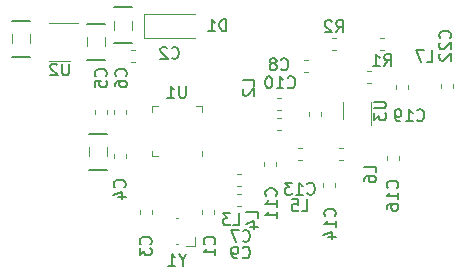
<source format=gbr>
%TF.GenerationSoftware,KiCad,Pcbnew,7.0.5.1-1-g8f565ef7f0-dirty-deb11*%
%TF.CreationDate,2023-07-20T08:59:28+00:00*%
%TF.ProjectId,ISM02,49534d30-322e-46b6-9963-61645f706362,rev?*%
%TF.SameCoordinates,Original*%
%TF.FileFunction,Legend,Bot*%
%TF.FilePolarity,Positive*%
%FSLAX46Y46*%
G04 Gerber Fmt 4.6, Leading zero omitted, Abs format (unit mm)*
G04 Created by KiCad (PCBNEW 7.0.5.1-1-g8f565ef7f0-dirty-deb11) date 2023-07-20 08:59:28*
%MOMM*%
%LPD*%
G01*
G04 APERTURE LIST*
%ADD10C,0.150000*%
%ADD11C,0.120000*%
G04 APERTURE END LIST*
D10*
%TO.C,C19*%
X170187857Y-116691580D02*
X170235476Y-116739200D01*
X170235476Y-116739200D02*
X170378333Y-116786819D01*
X170378333Y-116786819D02*
X170473571Y-116786819D01*
X170473571Y-116786819D02*
X170616428Y-116739200D01*
X170616428Y-116739200D02*
X170711666Y-116643961D01*
X170711666Y-116643961D02*
X170759285Y-116548723D01*
X170759285Y-116548723D02*
X170806904Y-116358247D01*
X170806904Y-116358247D02*
X170806904Y-116215390D01*
X170806904Y-116215390D02*
X170759285Y-116024914D01*
X170759285Y-116024914D02*
X170711666Y-115929676D01*
X170711666Y-115929676D02*
X170616428Y-115834438D01*
X170616428Y-115834438D02*
X170473571Y-115786819D01*
X170473571Y-115786819D02*
X170378333Y-115786819D01*
X170378333Y-115786819D02*
X170235476Y-115834438D01*
X170235476Y-115834438D02*
X170187857Y-115882057D01*
X169235476Y-116786819D02*
X169806904Y-116786819D01*
X169521190Y-116786819D02*
X169521190Y-115786819D01*
X169521190Y-115786819D02*
X169616428Y-115929676D01*
X169616428Y-115929676D02*
X169711666Y-116024914D01*
X169711666Y-116024914D02*
X169806904Y-116072533D01*
X168759285Y-116786819D02*
X168568809Y-116786819D01*
X168568809Y-116786819D02*
X168473571Y-116739200D01*
X168473571Y-116739200D02*
X168425952Y-116691580D01*
X168425952Y-116691580D02*
X168330714Y-116548723D01*
X168330714Y-116548723D02*
X168283095Y-116358247D01*
X168283095Y-116358247D02*
X168283095Y-115977295D01*
X168283095Y-115977295D02*
X168330714Y-115882057D01*
X168330714Y-115882057D02*
X168378333Y-115834438D01*
X168378333Y-115834438D02*
X168473571Y-115786819D01*
X168473571Y-115786819D02*
X168664047Y-115786819D01*
X168664047Y-115786819D02*
X168759285Y-115834438D01*
X168759285Y-115834438D02*
X168806904Y-115882057D01*
X168806904Y-115882057D02*
X168854523Y-115977295D01*
X168854523Y-115977295D02*
X168854523Y-116215390D01*
X168854523Y-116215390D02*
X168806904Y-116310628D01*
X168806904Y-116310628D02*
X168759285Y-116358247D01*
X168759285Y-116358247D02*
X168664047Y-116405866D01*
X168664047Y-116405866D02*
X168473571Y-116405866D01*
X168473571Y-116405866D02*
X168378333Y-116358247D01*
X168378333Y-116358247D02*
X168330714Y-116310628D01*
X168330714Y-116310628D02*
X168283095Y-116215390D01*
%TO.C,C22*%
X172979580Y-109749142D02*
X173027200Y-109701523D01*
X173027200Y-109701523D02*
X173074819Y-109558666D01*
X173074819Y-109558666D02*
X173074819Y-109463428D01*
X173074819Y-109463428D02*
X173027200Y-109320571D01*
X173027200Y-109320571D02*
X172931961Y-109225333D01*
X172931961Y-109225333D02*
X172836723Y-109177714D01*
X172836723Y-109177714D02*
X172646247Y-109130095D01*
X172646247Y-109130095D02*
X172503390Y-109130095D01*
X172503390Y-109130095D02*
X172312914Y-109177714D01*
X172312914Y-109177714D02*
X172217676Y-109225333D01*
X172217676Y-109225333D02*
X172122438Y-109320571D01*
X172122438Y-109320571D02*
X172074819Y-109463428D01*
X172074819Y-109463428D02*
X172074819Y-109558666D01*
X172074819Y-109558666D02*
X172122438Y-109701523D01*
X172122438Y-109701523D02*
X172170057Y-109749142D01*
X172170057Y-110130095D02*
X172122438Y-110177714D01*
X172122438Y-110177714D02*
X172074819Y-110272952D01*
X172074819Y-110272952D02*
X172074819Y-110511047D01*
X172074819Y-110511047D02*
X172122438Y-110606285D01*
X172122438Y-110606285D02*
X172170057Y-110653904D01*
X172170057Y-110653904D02*
X172265295Y-110701523D01*
X172265295Y-110701523D02*
X172360533Y-110701523D01*
X172360533Y-110701523D02*
X172503390Y-110653904D01*
X172503390Y-110653904D02*
X173074819Y-110082476D01*
X173074819Y-110082476D02*
X173074819Y-110701523D01*
X172170057Y-111082476D02*
X172122438Y-111130095D01*
X172122438Y-111130095D02*
X172074819Y-111225333D01*
X172074819Y-111225333D02*
X172074819Y-111463428D01*
X172074819Y-111463428D02*
X172122438Y-111558666D01*
X172122438Y-111558666D02*
X172170057Y-111606285D01*
X172170057Y-111606285D02*
X172265295Y-111653904D01*
X172265295Y-111653904D02*
X172360533Y-111653904D01*
X172360533Y-111653904D02*
X172503390Y-111606285D01*
X172503390Y-111606285D02*
X173074819Y-111034857D01*
X173074819Y-111034857D02*
X173074819Y-111653904D01*
%TO.C,C4*%
X145417580Y-122379333D02*
X145465200Y-122331714D01*
X145465200Y-122331714D02*
X145512819Y-122188857D01*
X145512819Y-122188857D02*
X145512819Y-122093619D01*
X145512819Y-122093619D02*
X145465200Y-121950762D01*
X145465200Y-121950762D02*
X145369961Y-121855524D01*
X145369961Y-121855524D02*
X145274723Y-121807905D01*
X145274723Y-121807905D02*
X145084247Y-121760286D01*
X145084247Y-121760286D02*
X144941390Y-121760286D01*
X144941390Y-121760286D02*
X144750914Y-121807905D01*
X144750914Y-121807905D02*
X144655676Y-121855524D01*
X144655676Y-121855524D02*
X144560438Y-121950762D01*
X144560438Y-121950762D02*
X144512819Y-122093619D01*
X144512819Y-122093619D02*
X144512819Y-122188857D01*
X144512819Y-122188857D02*
X144560438Y-122331714D01*
X144560438Y-122331714D02*
X144608057Y-122379333D01*
X144846152Y-123236476D02*
X145512819Y-123236476D01*
X144465200Y-122998381D02*
X145179485Y-122760286D01*
X145179485Y-122760286D02*
X145179485Y-123379333D01*
%TO.C,C5*%
X143817580Y-112979333D02*
X143865200Y-112931714D01*
X143865200Y-112931714D02*
X143912819Y-112788857D01*
X143912819Y-112788857D02*
X143912819Y-112693619D01*
X143912819Y-112693619D02*
X143865200Y-112550762D01*
X143865200Y-112550762D02*
X143769961Y-112455524D01*
X143769961Y-112455524D02*
X143674723Y-112407905D01*
X143674723Y-112407905D02*
X143484247Y-112360286D01*
X143484247Y-112360286D02*
X143341390Y-112360286D01*
X143341390Y-112360286D02*
X143150914Y-112407905D01*
X143150914Y-112407905D02*
X143055676Y-112455524D01*
X143055676Y-112455524D02*
X142960438Y-112550762D01*
X142960438Y-112550762D02*
X142912819Y-112693619D01*
X142912819Y-112693619D02*
X142912819Y-112788857D01*
X142912819Y-112788857D02*
X142960438Y-112931714D01*
X142960438Y-112931714D02*
X143008057Y-112979333D01*
X142912819Y-113884095D02*
X142912819Y-113407905D01*
X142912819Y-113407905D02*
X143389009Y-113360286D01*
X143389009Y-113360286D02*
X143341390Y-113407905D01*
X143341390Y-113407905D02*
X143293771Y-113503143D01*
X143293771Y-113503143D02*
X143293771Y-113741238D01*
X143293771Y-113741238D02*
X143341390Y-113836476D01*
X143341390Y-113836476D02*
X143389009Y-113884095D01*
X143389009Y-113884095D02*
X143484247Y-113931714D01*
X143484247Y-113931714D02*
X143722342Y-113931714D01*
X143722342Y-113931714D02*
X143817580Y-113884095D01*
X143817580Y-113884095D02*
X143865200Y-113836476D01*
X143865200Y-113836476D02*
X143912819Y-113741238D01*
X143912819Y-113741238D02*
X143912819Y-113503143D01*
X143912819Y-113503143D02*
X143865200Y-113407905D01*
X143865200Y-113407905D02*
X143817580Y-113360286D01*
%TO.C,C1*%
X153017580Y-127193333D02*
X153065200Y-127145714D01*
X153065200Y-127145714D02*
X153112819Y-127002857D01*
X153112819Y-127002857D02*
X153112819Y-126907619D01*
X153112819Y-126907619D02*
X153065200Y-126764762D01*
X153065200Y-126764762D02*
X152969961Y-126669524D01*
X152969961Y-126669524D02*
X152874723Y-126621905D01*
X152874723Y-126621905D02*
X152684247Y-126574286D01*
X152684247Y-126574286D02*
X152541390Y-126574286D01*
X152541390Y-126574286D02*
X152350914Y-126621905D01*
X152350914Y-126621905D02*
X152255676Y-126669524D01*
X152255676Y-126669524D02*
X152160438Y-126764762D01*
X152160438Y-126764762D02*
X152112819Y-126907619D01*
X152112819Y-126907619D02*
X152112819Y-127002857D01*
X152112819Y-127002857D02*
X152160438Y-127145714D01*
X152160438Y-127145714D02*
X152208057Y-127193333D01*
X153112819Y-128145714D02*
X153112819Y-127574286D01*
X153112819Y-127860000D02*
X152112819Y-127860000D01*
X152112819Y-127860000D02*
X152255676Y-127764762D01*
X152255676Y-127764762D02*
X152350914Y-127669524D01*
X152350914Y-127669524D02*
X152398533Y-127574286D01*
%TO.C,C3*%
X147617580Y-127193333D02*
X147665200Y-127145714D01*
X147665200Y-127145714D02*
X147712819Y-127002857D01*
X147712819Y-127002857D02*
X147712819Y-126907619D01*
X147712819Y-126907619D02*
X147665200Y-126764762D01*
X147665200Y-126764762D02*
X147569961Y-126669524D01*
X147569961Y-126669524D02*
X147474723Y-126621905D01*
X147474723Y-126621905D02*
X147284247Y-126574286D01*
X147284247Y-126574286D02*
X147141390Y-126574286D01*
X147141390Y-126574286D02*
X146950914Y-126621905D01*
X146950914Y-126621905D02*
X146855676Y-126669524D01*
X146855676Y-126669524D02*
X146760438Y-126764762D01*
X146760438Y-126764762D02*
X146712819Y-126907619D01*
X146712819Y-126907619D02*
X146712819Y-127002857D01*
X146712819Y-127002857D02*
X146760438Y-127145714D01*
X146760438Y-127145714D02*
X146808057Y-127193333D01*
X146712819Y-127526667D02*
X146712819Y-128145714D01*
X146712819Y-128145714D02*
X147093771Y-127812381D01*
X147093771Y-127812381D02*
X147093771Y-127955238D01*
X147093771Y-127955238D02*
X147141390Y-128050476D01*
X147141390Y-128050476D02*
X147189009Y-128098095D01*
X147189009Y-128098095D02*
X147284247Y-128145714D01*
X147284247Y-128145714D02*
X147522342Y-128145714D01*
X147522342Y-128145714D02*
X147617580Y-128098095D01*
X147617580Y-128098095D02*
X147665200Y-128050476D01*
X147665200Y-128050476D02*
X147712819Y-127955238D01*
X147712819Y-127955238D02*
X147712819Y-127669524D01*
X147712819Y-127669524D02*
X147665200Y-127574286D01*
X147665200Y-127574286D02*
X147617580Y-127526667D01*
%TO.C,C10*%
X159252857Y-113905580D02*
X159300476Y-113953200D01*
X159300476Y-113953200D02*
X159443333Y-114000819D01*
X159443333Y-114000819D02*
X159538571Y-114000819D01*
X159538571Y-114000819D02*
X159681428Y-113953200D01*
X159681428Y-113953200D02*
X159776666Y-113857961D01*
X159776666Y-113857961D02*
X159824285Y-113762723D01*
X159824285Y-113762723D02*
X159871904Y-113572247D01*
X159871904Y-113572247D02*
X159871904Y-113429390D01*
X159871904Y-113429390D02*
X159824285Y-113238914D01*
X159824285Y-113238914D02*
X159776666Y-113143676D01*
X159776666Y-113143676D02*
X159681428Y-113048438D01*
X159681428Y-113048438D02*
X159538571Y-113000819D01*
X159538571Y-113000819D02*
X159443333Y-113000819D01*
X159443333Y-113000819D02*
X159300476Y-113048438D01*
X159300476Y-113048438D02*
X159252857Y-113096057D01*
X158300476Y-114000819D02*
X158871904Y-114000819D01*
X158586190Y-114000819D02*
X158586190Y-113000819D01*
X158586190Y-113000819D02*
X158681428Y-113143676D01*
X158681428Y-113143676D02*
X158776666Y-113238914D01*
X158776666Y-113238914D02*
X158871904Y-113286533D01*
X157681428Y-113000819D02*
X157586190Y-113000819D01*
X157586190Y-113000819D02*
X157490952Y-113048438D01*
X157490952Y-113048438D02*
X157443333Y-113096057D01*
X157443333Y-113096057D02*
X157395714Y-113191295D01*
X157395714Y-113191295D02*
X157348095Y-113381771D01*
X157348095Y-113381771D02*
X157348095Y-113619866D01*
X157348095Y-113619866D02*
X157395714Y-113810342D01*
X157395714Y-113810342D02*
X157443333Y-113905580D01*
X157443333Y-113905580D02*
X157490952Y-113953200D01*
X157490952Y-113953200D02*
X157586190Y-114000819D01*
X157586190Y-114000819D02*
X157681428Y-114000819D01*
X157681428Y-114000819D02*
X157776666Y-113953200D01*
X157776666Y-113953200D02*
X157824285Y-113905580D01*
X157824285Y-113905580D02*
X157871904Y-113810342D01*
X157871904Y-113810342D02*
X157919523Y-113619866D01*
X157919523Y-113619866D02*
X157919523Y-113381771D01*
X157919523Y-113381771D02*
X157871904Y-113191295D01*
X157871904Y-113191295D02*
X157824285Y-113096057D01*
X157824285Y-113096057D02*
X157776666Y-113048438D01*
X157776666Y-113048438D02*
X157681428Y-113000819D01*
%TO.C,C6*%
X145517580Y-112979333D02*
X145565200Y-112931714D01*
X145565200Y-112931714D02*
X145612819Y-112788857D01*
X145612819Y-112788857D02*
X145612819Y-112693619D01*
X145612819Y-112693619D02*
X145565200Y-112550762D01*
X145565200Y-112550762D02*
X145469961Y-112455524D01*
X145469961Y-112455524D02*
X145374723Y-112407905D01*
X145374723Y-112407905D02*
X145184247Y-112360286D01*
X145184247Y-112360286D02*
X145041390Y-112360286D01*
X145041390Y-112360286D02*
X144850914Y-112407905D01*
X144850914Y-112407905D02*
X144755676Y-112455524D01*
X144755676Y-112455524D02*
X144660438Y-112550762D01*
X144660438Y-112550762D02*
X144612819Y-112693619D01*
X144612819Y-112693619D02*
X144612819Y-112788857D01*
X144612819Y-112788857D02*
X144660438Y-112931714D01*
X144660438Y-112931714D02*
X144708057Y-112979333D01*
X144612819Y-113836476D02*
X144612819Y-113646000D01*
X144612819Y-113646000D02*
X144660438Y-113550762D01*
X144660438Y-113550762D02*
X144708057Y-113503143D01*
X144708057Y-113503143D02*
X144850914Y-113407905D01*
X144850914Y-113407905D02*
X145041390Y-113360286D01*
X145041390Y-113360286D02*
X145422342Y-113360286D01*
X145422342Y-113360286D02*
X145517580Y-113407905D01*
X145517580Y-113407905D02*
X145565200Y-113455524D01*
X145565200Y-113455524D02*
X145612819Y-113550762D01*
X145612819Y-113550762D02*
X145612819Y-113741238D01*
X145612819Y-113741238D02*
X145565200Y-113836476D01*
X145565200Y-113836476D02*
X145517580Y-113884095D01*
X145517580Y-113884095D02*
X145422342Y-113931714D01*
X145422342Y-113931714D02*
X145184247Y-113931714D01*
X145184247Y-113931714D02*
X145089009Y-113884095D01*
X145089009Y-113884095D02*
X145041390Y-113836476D01*
X145041390Y-113836476D02*
X144993771Y-113741238D01*
X144993771Y-113741238D02*
X144993771Y-113550762D01*
X144993771Y-113550762D02*
X145041390Y-113455524D01*
X145041390Y-113455524D02*
X145089009Y-113407905D01*
X145089009Y-113407905D02*
X145184247Y-113360286D01*
%TO.C,C8*%
X158676666Y-112375580D02*
X158724285Y-112423200D01*
X158724285Y-112423200D02*
X158867142Y-112470819D01*
X158867142Y-112470819D02*
X158962380Y-112470819D01*
X158962380Y-112470819D02*
X159105237Y-112423200D01*
X159105237Y-112423200D02*
X159200475Y-112327961D01*
X159200475Y-112327961D02*
X159248094Y-112232723D01*
X159248094Y-112232723D02*
X159295713Y-112042247D01*
X159295713Y-112042247D02*
X159295713Y-111899390D01*
X159295713Y-111899390D02*
X159248094Y-111708914D01*
X159248094Y-111708914D02*
X159200475Y-111613676D01*
X159200475Y-111613676D02*
X159105237Y-111518438D01*
X159105237Y-111518438D02*
X158962380Y-111470819D01*
X158962380Y-111470819D02*
X158867142Y-111470819D01*
X158867142Y-111470819D02*
X158724285Y-111518438D01*
X158724285Y-111518438D02*
X158676666Y-111566057D01*
X158105237Y-111899390D02*
X158200475Y-111851771D01*
X158200475Y-111851771D02*
X158248094Y-111804152D01*
X158248094Y-111804152D02*
X158295713Y-111708914D01*
X158295713Y-111708914D02*
X158295713Y-111661295D01*
X158295713Y-111661295D02*
X158248094Y-111566057D01*
X158248094Y-111566057D02*
X158200475Y-111518438D01*
X158200475Y-111518438D02*
X158105237Y-111470819D01*
X158105237Y-111470819D02*
X157914761Y-111470819D01*
X157914761Y-111470819D02*
X157819523Y-111518438D01*
X157819523Y-111518438D02*
X157771904Y-111566057D01*
X157771904Y-111566057D02*
X157724285Y-111661295D01*
X157724285Y-111661295D02*
X157724285Y-111708914D01*
X157724285Y-111708914D02*
X157771904Y-111804152D01*
X157771904Y-111804152D02*
X157819523Y-111851771D01*
X157819523Y-111851771D02*
X157914761Y-111899390D01*
X157914761Y-111899390D02*
X158105237Y-111899390D01*
X158105237Y-111899390D02*
X158200475Y-111947009D01*
X158200475Y-111947009D02*
X158248094Y-111994628D01*
X158248094Y-111994628D02*
X158295713Y-112089866D01*
X158295713Y-112089866D02*
X158295713Y-112280342D01*
X158295713Y-112280342D02*
X158248094Y-112375580D01*
X158248094Y-112375580D02*
X158200475Y-112423200D01*
X158200475Y-112423200D02*
X158105237Y-112470819D01*
X158105237Y-112470819D02*
X157914761Y-112470819D01*
X157914761Y-112470819D02*
X157819523Y-112423200D01*
X157819523Y-112423200D02*
X157771904Y-112375580D01*
X157771904Y-112375580D02*
X157724285Y-112280342D01*
X157724285Y-112280342D02*
X157724285Y-112089866D01*
X157724285Y-112089866D02*
X157771904Y-111994628D01*
X157771904Y-111994628D02*
X157819523Y-111947009D01*
X157819523Y-111947009D02*
X157914761Y-111899390D01*
%TO.C,Y1*%
X150334190Y-128538628D02*
X150334190Y-129014819D01*
X150667523Y-128014819D02*
X150334190Y-128538628D01*
X150334190Y-128538628D02*
X150000857Y-128014819D01*
X149143714Y-129014819D02*
X149715142Y-129014819D01*
X149429428Y-129014819D02*
X149429428Y-128014819D01*
X149429428Y-128014819D02*
X149524666Y-128157676D01*
X149524666Y-128157676D02*
X149619904Y-128252914D01*
X149619904Y-128252914D02*
X149715142Y-128300533D01*
%TO.C,U1*%
X150619904Y-113800819D02*
X150619904Y-114610342D01*
X150619904Y-114610342D02*
X150572285Y-114705580D01*
X150572285Y-114705580D02*
X150524666Y-114753200D01*
X150524666Y-114753200D02*
X150429428Y-114800819D01*
X150429428Y-114800819D02*
X150238952Y-114800819D01*
X150238952Y-114800819D02*
X150143714Y-114753200D01*
X150143714Y-114753200D02*
X150096095Y-114705580D01*
X150096095Y-114705580D02*
X150048476Y-114610342D01*
X150048476Y-114610342D02*
X150048476Y-113800819D01*
X149048476Y-114800819D02*
X149619904Y-114800819D01*
X149334190Y-114800819D02*
X149334190Y-113800819D01*
X149334190Y-113800819D02*
X149429428Y-113943676D01*
X149429428Y-113943676D02*
X149524666Y-114038914D01*
X149524666Y-114038914D02*
X149619904Y-114086533D01*
%TO.C,R1*%
X167400166Y-112120819D02*
X167733499Y-111644628D01*
X167971594Y-112120819D02*
X167971594Y-111120819D01*
X167971594Y-111120819D02*
X167590642Y-111120819D01*
X167590642Y-111120819D02*
X167495404Y-111168438D01*
X167495404Y-111168438D02*
X167447785Y-111216057D01*
X167447785Y-111216057D02*
X167400166Y-111311295D01*
X167400166Y-111311295D02*
X167400166Y-111454152D01*
X167400166Y-111454152D02*
X167447785Y-111549390D01*
X167447785Y-111549390D02*
X167495404Y-111597009D01*
X167495404Y-111597009D02*
X167590642Y-111644628D01*
X167590642Y-111644628D02*
X167971594Y-111644628D01*
X166447785Y-112120819D02*
X167019213Y-112120819D01*
X166733499Y-112120819D02*
X166733499Y-111120819D01*
X166733499Y-111120819D02*
X166828737Y-111263676D01*
X166828737Y-111263676D02*
X166923975Y-111358914D01*
X166923975Y-111358914D02*
X167019213Y-111406533D01*
%TO.C,L2*%
X156424819Y-113779333D02*
X156424819Y-113303143D01*
X156424819Y-113303143D02*
X155424819Y-113303143D01*
X155520057Y-114065048D02*
X155472438Y-114112667D01*
X155472438Y-114112667D02*
X155424819Y-114207905D01*
X155424819Y-114207905D02*
X155424819Y-114446000D01*
X155424819Y-114446000D02*
X155472438Y-114541238D01*
X155472438Y-114541238D02*
X155520057Y-114588857D01*
X155520057Y-114588857D02*
X155615295Y-114636476D01*
X155615295Y-114636476D02*
X155710533Y-114636476D01*
X155710533Y-114636476D02*
X155853390Y-114588857D01*
X155853390Y-114588857D02*
X156424819Y-114017429D01*
X156424819Y-114017429D02*
X156424819Y-114636476D01*
%TO.C,L7*%
X171016266Y-111784819D02*
X171492456Y-111784819D01*
X171492456Y-111784819D02*
X171492456Y-110784819D01*
X170778170Y-110784819D02*
X170111504Y-110784819D01*
X170111504Y-110784819D02*
X170540075Y-111784819D01*
%TO.C,L4*%
X156712819Y-124979333D02*
X156712819Y-124503143D01*
X156712819Y-124503143D02*
X155712819Y-124503143D01*
X156046152Y-125741238D02*
X156712819Y-125741238D01*
X155665200Y-125503143D02*
X156379485Y-125265048D01*
X156379485Y-125265048D02*
X156379485Y-125884095D01*
%TO.C,L6*%
X166697819Y-121118333D02*
X166697819Y-120642143D01*
X166697819Y-120642143D02*
X165697819Y-120642143D01*
X165697819Y-121880238D02*
X165697819Y-121689762D01*
X165697819Y-121689762D02*
X165745438Y-121594524D01*
X165745438Y-121594524D02*
X165793057Y-121546905D01*
X165793057Y-121546905D02*
X165935914Y-121451667D01*
X165935914Y-121451667D02*
X166126390Y-121404048D01*
X166126390Y-121404048D02*
X166507342Y-121404048D01*
X166507342Y-121404048D02*
X166602580Y-121451667D01*
X166602580Y-121451667D02*
X166650200Y-121499286D01*
X166650200Y-121499286D02*
X166697819Y-121594524D01*
X166697819Y-121594524D02*
X166697819Y-121785000D01*
X166697819Y-121785000D02*
X166650200Y-121880238D01*
X166650200Y-121880238D02*
X166602580Y-121927857D01*
X166602580Y-121927857D02*
X166507342Y-121975476D01*
X166507342Y-121975476D02*
X166269247Y-121975476D01*
X166269247Y-121975476D02*
X166174009Y-121927857D01*
X166174009Y-121927857D02*
X166126390Y-121880238D01*
X166126390Y-121880238D02*
X166078771Y-121785000D01*
X166078771Y-121785000D02*
X166078771Y-121594524D01*
X166078771Y-121594524D02*
X166126390Y-121499286D01*
X166126390Y-121499286D02*
X166174009Y-121451667D01*
X166174009Y-121451667D02*
X166269247Y-121404048D01*
%TO.C,L5*%
X160424666Y-124400819D02*
X160900856Y-124400819D01*
X160900856Y-124400819D02*
X160900856Y-123400819D01*
X159615142Y-123400819D02*
X160091332Y-123400819D01*
X160091332Y-123400819D02*
X160138951Y-123877009D01*
X160138951Y-123877009D02*
X160091332Y-123829390D01*
X160091332Y-123829390D02*
X159996094Y-123781771D01*
X159996094Y-123781771D02*
X159757999Y-123781771D01*
X159757999Y-123781771D02*
X159662761Y-123829390D01*
X159662761Y-123829390D02*
X159615142Y-123877009D01*
X159615142Y-123877009D02*
X159567523Y-123972247D01*
X159567523Y-123972247D02*
X159567523Y-124210342D01*
X159567523Y-124210342D02*
X159615142Y-124305580D01*
X159615142Y-124305580D02*
X159662761Y-124353200D01*
X159662761Y-124353200D02*
X159757999Y-124400819D01*
X159757999Y-124400819D02*
X159996094Y-124400819D01*
X159996094Y-124400819D02*
X160091332Y-124353200D01*
X160091332Y-124353200D02*
X160138951Y-124305580D01*
%TO.C,C13*%
X160900857Y-122905580D02*
X160948476Y-122953200D01*
X160948476Y-122953200D02*
X161091333Y-123000819D01*
X161091333Y-123000819D02*
X161186571Y-123000819D01*
X161186571Y-123000819D02*
X161329428Y-122953200D01*
X161329428Y-122953200D02*
X161424666Y-122857961D01*
X161424666Y-122857961D02*
X161472285Y-122762723D01*
X161472285Y-122762723D02*
X161519904Y-122572247D01*
X161519904Y-122572247D02*
X161519904Y-122429390D01*
X161519904Y-122429390D02*
X161472285Y-122238914D01*
X161472285Y-122238914D02*
X161424666Y-122143676D01*
X161424666Y-122143676D02*
X161329428Y-122048438D01*
X161329428Y-122048438D02*
X161186571Y-122000819D01*
X161186571Y-122000819D02*
X161091333Y-122000819D01*
X161091333Y-122000819D02*
X160948476Y-122048438D01*
X160948476Y-122048438D02*
X160900857Y-122096057D01*
X159948476Y-123000819D02*
X160519904Y-123000819D01*
X160234190Y-123000819D02*
X160234190Y-122000819D01*
X160234190Y-122000819D02*
X160329428Y-122143676D01*
X160329428Y-122143676D02*
X160424666Y-122238914D01*
X160424666Y-122238914D02*
X160519904Y-122286533D01*
X159615142Y-122000819D02*
X158996095Y-122000819D01*
X158996095Y-122000819D02*
X159329428Y-122381771D01*
X159329428Y-122381771D02*
X159186571Y-122381771D01*
X159186571Y-122381771D02*
X159091333Y-122429390D01*
X159091333Y-122429390D02*
X159043714Y-122477009D01*
X159043714Y-122477009D02*
X158996095Y-122572247D01*
X158996095Y-122572247D02*
X158996095Y-122810342D01*
X158996095Y-122810342D02*
X159043714Y-122905580D01*
X159043714Y-122905580D02*
X159091333Y-122953200D01*
X159091333Y-122953200D02*
X159186571Y-123000819D01*
X159186571Y-123000819D02*
X159472285Y-123000819D01*
X159472285Y-123000819D02*
X159567523Y-122953200D01*
X159567523Y-122953200D02*
X159615142Y-122905580D01*
%TO.C,C16*%
X168507580Y-122445142D02*
X168555200Y-122397523D01*
X168555200Y-122397523D02*
X168602819Y-122254666D01*
X168602819Y-122254666D02*
X168602819Y-122159428D01*
X168602819Y-122159428D02*
X168555200Y-122016571D01*
X168555200Y-122016571D02*
X168459961Y-121921333D01*
X168459961Y-121921333D02*
X168364723Y-121873714D01*
X168364723Y-121873714D02*
X168174247Y-121826095D01*
X168174247Y-121826095D02*
X168031390Y-121826095D01*
X168031390Y-121826095D02*
X167840914Y-121873714D01*
X167840914Y-121873714D02*
X167745676Y-121921333D01*
X167745676Y-121921333D02*
X167650438Y-122016571D01*
X167650438Y-122016571D02*
X167602819Y-122159428D01*
X167602819Y-122159428D02*
X167602819Y-122254666D01*
X167602819Y-122254666D02*
X167650438Y-122397523D01*
X167650438Y-122397523D02*
X167698057Y-122445142D01*
X168602819Y-123397523D02*
X168602819Y-122826095D01*
X168602819Y-123111809D02*
X167602819Y-123111809D01*
X167602819Y-123111809D02*
X167745676Y-123016571D01*
X167745676Y-123016571D02*
X167840914Y-122921333D01*
X167840914Y-122921333D02*
X167888533Y-122826095D01*
X167602819Y-124254666D02*
X167602819Y-124064190D01*
X167602819Y-124064190D02*
X167650438Y-123968952D01*
X167650438Y-123968952D02*
X167698057Y-123921333D01*
X167698057Y-123921333D02*
X167840914Y-123826095D01*
X167840914Y-123826095D02*
X168031390Y-123778476D01*
X168031390Y-123778476D02*
X168412342Y-123778476D01*
X168412342Y-123778476D02*
X168507580Y-123826095D01*
X168507580Y-123826095D02*
X168555200Y-123873714D01*
X168555200Y-123873714D02*
X168602819Y-123968952D01*
X168602819Y-123968952D02*
X168602819Y-124159428D01*
X168602819Y-124159428D02*
X168555200Y-124254666D01*
X168555200Y-124254666D02*
X168507580Y-124302285D01*
X168507580Y-124302285D02*
X168412342Y-124349904D01*
X168412342Y-124349904D02*
X168174247Y-124349904D01*
X168174247Y-124349904D02*
X168079009Y-124302285D01*
X168079009Y-124302285D02*
X168031390Y-124254666D01*
X168031390Y-124254666D02*
X167983771Y-124159428D01*
X167983771Y-124159428D02*
X167983771Y-123968952D01*
X167983771Y-123968952D02*
X168031390Y-123873714D01*
X168031390Y-123873714D02*
X168079009Y-123826095D01*
X168079009Y-123826095D02*
X168174247Y-123778476D01*
%TO.C,C14*%
X163217580Y-124817142D02*
X163265200Y-124769523D01*
X163265200Y-124769523D02*
X163312819Y-124626666D01*
X163312819Y-124626666D02*
X163312819Y-124531428D01*
X163312819Y-124531428D02*
X163265200Y-124388571D01*
X163265200Y-124388571D02*
X163169961Y-124293333D01*
X163169961Y-124293333D02*
X163074723Y-124245714D01*
X163074723Y-124245714D02*
X162884247Y-124198095D01*
X162884247Y-124198095D02*
X162741390Y-124198095D01*
X162741390Y-124198095D02*
X162550914Y-124245714D01*
X162550914Y-124245714D02*
X162455676Y-124293333D01*
X162455676Y-124293333D02*
X162360438Y-124388571D01*
X162360438Y-124388571D02*
X162312819Y-124531428D01*
X162312819Y-124531428D02*
X162312819Y-124626666D01*
X162312819Y-124626666D02*
X162360438Y-124769523D01*
X162360438Y-124769523D02*
X162408057Y-124817142D01*
X163312819Y-125769523D02*
X163312819Y-125198095D01*
X163312819Y-125483809D02*
X162312819Y-125483809D01*
X162312819Y-125483809D02*
X162455676Y-125388571D01*
X162455676Y-125388571D02*
X162550914Y-125293333D01*
X162550914Y-125293333D02*
X162598533Y-125198095D01*
X162646152Y-126626666D02*
X163312819Y-126626666D01*
X162265200Y-126388571D02*
X162979485Y-126150476D01*
X162979485Y-126150476D02*
X162979485Y-126769523D01*
%TO.C,C11*%
X158217580Y-123103142D02*
X158265200Y-123055523D01*
X158265200Y-123055523D02*
X158312819Y-122912666D01*
X158312819Y-122912666D02*
X158312819Y-122817428D01*
X158312819Y-122817428D02*
X158265200Y-122674571D01*
X158265200Y-122674571D02*
X158169961Y-122579333D01*
X158169961Y-122579333D02*
X158074723Y-122531714D01*
X158074723Y-122531714D02*
X157884247Y-122484095D01*
X157884247Y-122484095D02*
X157741390Y-122484095D01*
X157741390Y-122484095D02*
X157550914Y-122531714D01*
X157550914Y-122531714D02*
X157455676Y-122579333D01*
X157455676Y-122579333D02*
X157360438Y-122674571D01*
X157360438Y-122674571D02*
X157312819Y-122817428D01*
X157312819Y-122817428D02*
X157312819Y-122912666D01*
X157312819Y-122912666D02*
X157360438Y-123055523D01*
X157360438Y-123055523D02*
X157408057Y-123103142D01*
X158312819Y-124055523D02*
X158312819Y-123484095D01*
X158312819Y-123769809D02*
X157312819Y-123769809D01*
X157312819Y-123769809D02*
X157455676Y-123674571D01*
X157455676Y-123674571D02*
X157550914Y-123579333D01*
X157550914Y-123579333D02*
X157598533Y-123484095D01*
X158312819Y-125007904D02*
X158312819Y-124436476D01*
X158312819Y-124722190D02*
X157312819Y-124722190D01*
X157312819Y-124722190D02*
X157455676Y-124626952D01*
X157455676Y-124626952D02*
X157550914Y-124531714D01*
X157550914Y-124531714D02*
X157598533Y-124436476D01*
%TO.C,C9*%
X155424666Y-128305580D02*
X155472285Y-128353200D01*
X155472285Y-128353200D02*
X155615142Y-128400819D01*
X155615142Y-128400819D02*
X155710380Y-128400819D01*
X155710380Y-128400819D02*
X155853237Y-128353200D01*
X155853237Y-128353200D02*
X155948475Y-128257961D01*
X155948475Y-128257961D02*
X155996094Y-128162723D01*
X155996094Y-128162723D02*
X156043713Y-127972247D01*
X156043713Y-127972247D02*
X156043713Y-127829390D01*
X156043713Y-127829390D02*
X155996094Y-127638914D01*
X155996094Y-127638914D02*
X155948475Y-127543676D01*
X155948475Y-127543676D02*
X155853237Y-127448438D01*
X155853237Y-127448438D02*
X155710380Y-127400819D01*
X155710380Y-127400819D02*
X155615142Y-127400819D01*
X155615142Y-127400819D02*
X155472285Y-127448438D01*
X155472285Y-127448438D02*
X155424666Y-127496057D01*
X154948475Y-128400819D02*
X154757999Y-128400819D01*
X154757999Y-128400819D02*
X154662761Y-128353200D01*
X154662761Y-128353200D02*
X154615142Y-128305580D01*
X154615142Y-128305580D02*
X154519904Y-128162723D01*
X154519904Y-128162723D02*
X154472285Y-127972247D01*
X154472285Y-127972247D02*
X154472285Y-127591295D01*
X154472285Y-127591295D02*
X154519904Y-127496057D01*
X154519904Y-127496057D02*
X154567523Y-127448438D01*
X154567523Y-127448438D02*
X154662761Y-127400819D01*
X154662761Y-127400819D02*
X154853237Y-127400819D01*
X154853237Y-127400819D02*
X154948475Y-127448438D01*
X154948475Y-127448438D02*
X154996094Y-127496057D01*
X154996094Y-127496057D02*
X155043713Y-127591295D01*
X155043713Y-127591295D02*
X155043713Y-127829390D01*
X155043713Y-127829390D02*
X154996094Y-127924628D01*
X154996094Y-127924628D02*
X154948475Y-127972247D01*
X154948475Y-127972247D02*
X154853237Y-128019866D01*
X154853237Y-128019866D02*
X154662761Y-128019866D01*
X154662761Y-128019866D02*
X154567523Y-127972247D01*
X154567523Y-127972247D02*
X154519904Y-127924628D01*
X154519904Y-127924628D02*
X154472285Y-127829390D01*
%TO.C,C7*%
X155424666Y-126905580D02*
X155472285Y-126953200D01*
X155472285Y-126953200D02*
X155615142Y-127000819D01*
X155615142Y-127000819D02*
X155710380Y-127000819D01*
X155710380Y-127000819D02*
X155853237Y-126953200D01*
X155853237Y-126953200D02*
X155948475Y-126857961D01*
X155948475Y-126857961D02*
X155996094Y-126762723D01*
X155996094Y-126762723D02*
X156043713Y-126572247D01*
X156043713Y-126572247D02*
X156043713Y-126429390D01*
X156043713Y-126429390D02*
X155996094Y-126238914D01*
X155996094Y-126238914D02*
X155948475Y-126143676D01*
X155948475Y-126143676D02*
X155853237Y-126048438D01*
X155853237Y-126048438D02*
X155710380Y-126000819D01*
X155710380Y-126000819D02*
X155615142Y-126000819D01*
X155615142Y-126000819D02*
X155472285Y-126048438D01*
X155472285Y-126048438D02*
X155424666Y-126096057D01*
X155091332Y-126000819D02*
X154424666Y-126000819D01*
X154424666Y-126000819D02*
X154853237Y-127000819D01*
%TO.C,L3*%
X154624666Y-125600819D02*
X155100856Y-125600819D01*
X155100856Y-125600819D02*
X155100856Y-124600819D01*
X154386570Y-124600819D02*
X153767523Y-124600819D01*
X153767523Y-124600819D02*
X154100856Y-124981771D01*
X154100856Y-124981771D02*
X153957999Y-124981771D01*
X153957999Y-124981771D02*
X153862761Y-125029390D01*
X153862761Y-125029390D02*
X153815142Y-125077009D01*
X153815142Y-125077009D02*
X153767523Y-125172247D01*
X153767523Y-125172247D02*
X153767523Y-125410342D01*
X153767523Y-125410342D02*
X153815142Y-125505580D01*
X153815142Y-125505580D02*
X153862761Y-125553200D01*
X153862761Y-125553200D02*
X153957999Y-125600819D01*
X153957999Y-125600819D02*
X154243713Y-125600819D01*
X154243713Y-125600819D02*
X154338951Y-125553200D01*
X154338951Y-125553200D02*
X154386570Y-125505580D01*
%TO.C,C2*%
X149404666Y-111411580D02*
X149452285Y-111459200D01*
X149452285Y-111459200D02*
X149595142Y-111506819D01*
X149595142Y-111506819D02*
X149690380Y-111506819D01*
X149690380Y-111506819D02*
X149833237Y-111459200D01*
X149833237Y-111459200D02*
X149928475Y-111363961D01*
X149928475Y-111363961D02*
X149976094Y-111268723D01*
X149976094Y-111268723D02*
X150023713Y-111078247D01*
X150023713Y-111078247D02*
X150023713Y-110935390D01*
X150023713Y-110935390D02*
X149976094Y-110744914D01*
X149976094Y-110744914D02*
X149928475Y-110649676D01*
X149928475Y-110649676D02*
X149833237Y-110554438D01*
X149833237Y-110554438D02*
X149690380Y-110506819D01*
X149690380Y-110506819D02*
X149595142Y-110506819D01*
X149595142Y-110506819D02*
X149452285Y-110554438D01*
X149452285Y-110554438D02*
X149404666Y-110602057D01*
X149023713Y-110602057D02*
X148976094Y-110554438D01*
X148976094Y-110554438D02*
X148880856Y-110506819D01*
X148880856Y-110506819D02*
X148642761Y-110506819D01*
X148642761Y-110506819D02*
X148547523Y-110554438D01*
X148547523Y-110554438D02*
X148499904Y-110602057D01*
X148499904Y-110602057D02*
X148452285Y-110697295D01*
X148452285Y-110697295D02*
X148452285Y-110792533D01*
X148452285Y-110792533D02*
X148499904Y-110935390D01*
X148499904Y-110935390D02*
X149071332Y-111506819D01*
X149071332Y-111506819D02*
X148452285Y-111506819D01*
%TO.C,D1*%
X154027094Y-109166819D02*
X154027094Y-108166819D01*
X154027094Y-108166819D02*
X153788999Y-108166819D01*
X153788999Y-108166819D02*
X153646142Y-108214438D01*
X153646142Y-108214438D02*
X153550904Y-108309676D01*
X153550904Y-108309676D02*
X153503285Y-108404914D01*
X153503285Y-108404914D02*
X153455666Y-108595390D01*
X153455666Y-108595390D02*
X153455666Y-108738247D01*
X153455666Y-108738247D02*
X153503285Y-108928723D01*
X153503285Y-108928723D02*
X153550904Y-109023961D01*
X153550904Y-109023961D02*
X153646142Y-109119200D01*
X153646142Y-109119200D02*
X153788999Y-109166819D01*
X153788999Y-109166819D02*
X154027094Y-109166819D01*
X152503285Y-109166819D02*
X153074713Y-109166819D01*
X152788999Y-109166819D02*
X152788999Y-108166819D01*
X152788999Y-108166819D02*
X152884237Y-108309676D01*
X152884237Y-108309676D02*
X152979475Y-108404914D01*
X152979475Y-108404914D02*
X153074713Y-108452533D01*
%TO.C,U2*%
X140699904Y-111906819D02*
X140699904Y-112716342D01*
X140699904Y-112716342D02*
X140652285Y-112811580D01*
X140652285Y-112811580D02*
X140604666Y-112859200D01*
X140604666Y-112859200D02*
X140509428Y-112906819D01*
X140509428Y-112906819D02*
X140318952Y-112906819D01*
X140318952Y-112906819D02*
X140223714Y-112859200D01*
X140223714Y-112859200D02*
X140176095Y-112811580D01*
X140176095Y-112811580D02*
X140128476Y-112716342D01*
X140128476Y-112716342D02*
X140128476Y-111906819D01*
X139699904Y-112002057D02*
X139652285Y-111954438D01*
X139652285Y-111954438D02*
X139557047Y-111906819D01*
X139557047Y-111906819D02*
X139318952Y-111906819D01*
X139318952Y-111906819D02*
X139223714Y-111954438D01*
X139223714Y-111954438D02*
X139176095Y-112002057D01*
X139176095Y-112002057D02*
X139128476Y-112097295D01*
X139128476Y-112097295D02*
X139128476Y-112192533D01*
X139128476Y-112192533D02*
X139176095Y-112335390D01*
X139176095Y-112335390D02*
X139747523Y-112906819D01*
X139747523Y-112906819D02*
X139128476Y-112906819D01*
%TO.C,U3*%
X166554819Y-115124095D02*
X167364342Y-115124095D01*
X167364342Y-115124095D02*
X167459580Y-115171714D01*
X167459580Y-115171714D02*
X167507200Y-115219333D01*
X167507200Y-115219333D02*
X167554819Y-115314571D01*
X167554819Y-115314571D02*
X167554819Y-115505047D01*
X167554819Y-115505047D02*
X167507200Y-115600285D01*
X167507200Y-115600285D02*
X167459580Y-115647904D01*
X167459580Y-115647904D02*
X167364342Y-115695523D01*
X167364342Y-115695523D02*
X166554819Y-115695523D01*
X166554819Y-116076476D02*
X166554819Y-116695523D01*
X166554819Y-116695523D02*
X166935771Y-116362190D01*
X166935771Y-116362190D02*
X166935771Y-116505047D01*
X166935771Y-116505047D02*
X166983390Y-116600285D01*
X166983390Y-116600285D02*
X167031009Y-116647904D01*
X167031009Y-116647904D02*
X167126247Y-116695523D01*
X167126247Y-116695523D02*
X167364342Y-116695523D01*
X167364342Y-116695523D02*
X167459580Y-116647904D01*
X167459580Y-116647904D02*
X167507200Y-116600285D01*
X167507200Y-116600285D02*
X167554819Y-116505047D01*
X167554819Y-116505047D02*
X167554819Y-116219333D01*
X167554819Y-116219333D02*
X167507200Y-116124095D01*
X167507200Y-116124095D02*
X167459580Y-116076476D01*
%TO.C,R2*%
X163336166Y-109260819D02*
X163669499Y-108784628D01*
X163907594Y-109260819D02*
X163907594Y-108260819D01*
X163907594Y-108260819D02*
X163526642Y-108260819D01*
X163526642Y-108260819D02*
X163431404Y-108308438D01*
X163431404Y-108308438D02*
X163383785Y-108356057D01*
X163383785Y-108356057D02*
X163336166Y-108451295D01*
X163336166Y-108451295D02*
X163336166Y-108594152D01*
X163336166Y-108594152D02*
X163383785Y-108689390D01*
X163383785Y-108689390D02*
X163431404Y-108737009D01*
X163431404Y-108737009D02*
X163526642Y-108784628D01*
X163526642Y-108784628D02*
X163907594Y-108784628D01*
X162955213Y-108356057D02*
X162907594Y-108308438D01*
X162907594Y-108308438D02*
X162812356Y-108260819D01*
X162812356Y-108260819D02*
X162574261Y-108260819D01*
X162574261Y-108260819D02*
X162479023Y-108308438D01*
X162479023Y-108308438D02*
X162431404Y-108356057D01*
X162431404Y-108356057D02*
X162383785Y-108451295D01*
X162383785Y-108451295D02*
X162383785Y-108546533D01*
X162383785Y-108546533D02*
X162431404Y-108689390D01*
X162431404Y-108689390D02*
X163002832Y-109260819D01*
X163002832Y-109260819D02*
X162383785Y-109260819D01*
D11*
%TO.C,C19*%
X168439600Y-114101267D02*
X168439600Y-113758733D01*
X169459600Y-114101267D02*
X169459600Y-113758733D01*
%TO.C,C18*%
X160967267Y-112651000D02*
X160624733Y-112651000D01*
X160967267Y-111631000D02*
X160624733Y-111631000D01*
%TO.C,C12*%
X161048000Y-116317267D02*
X161048000Y-115974733D01*
X162068000Y-116317267D02*
X162068000Y-115974733D01*
%TO.C,C22*%
X172210000Y-113963267D02*
X172210000Y-113620733D01*
X173230000Y-113963267D02*
X173230000Y-113620733D01*
%TO.C,C4*%
X144548000Y-119917267D02*
X144548000Y-119574733D01*
X145568000Y-119917267D02*
X145568000Y-119574733D01*
%TO.C,C5*%
X142948000Y-116217267D02*
X142948000Y-115874733D01*
X143968000Y-116217267D02*
X143968000Y-115874733D01*
%TO.C,C1*%
X151948000Y-124631267D02*
X151948000Y-124288733D01*
X152968000Y-124631267D02*
X152968000Y-124288733D01*
%TO.C,C3*%
X146748000Y-124631267D02*
X146748000Y-124288733D01*
X147768000Y-124631267D02*
X147768000Y-124288733D01*
%TO.C,C10*%
X158681267Y-117556000D02*
X158338733Y-117556000D01*
X158681267Y-116536000D02*
X158338733Y-116536000D01*
%TO.C,C6*%
X144548000Y-116217267D02*
X144548000Y-115874733D01*
X145568000Y-116217267D02*
X145568000Y-115874733D01*
%TO.C,C8*%
X158338733Y-114806000D02*
X158681267Y-114806000D01*
X158338733Y-115826000D02*
X158681267Y-115826000D01*
%TO.C,Y1*%
X150608000Y-127350000D02*
X151398000Y-127350000D01*
X149968000Y-127170000D02*
X149748000Y-127170000D01*
X151398000Y-126560000D02*
X151398000Y-127350000D01*
X149968000Y-124950000D02*
X149748000Y-124950000D01*
%TO.C,U1*%
X147748000Y-119756000D02*
X148223000Y-119756000D01*
X147748000Y-119281000D02*
X147748000Y-119756000D01*
X151968000Y-119281000D02*
X151968000Y-119756000D01*
X147748000Y-116011000D02*
X147748000Y-115536000D01*
X151968000Y-116011000D02*
X151968000Y-115536000D01*
X147748000Y-115536000D02*
X148223000Y-115536000D01*
X151968000Y-115536000D02*
X151493000Y-115536000D01*
%TO.C,R1*%
X167070721Y-109726000D02*
X167396279Y-109726000D01*
X167070721Y-110746000D02*
X167396279Y-110746000D01*
D10*
%TO.C,L1*%
X142396000Y-120904000D02*
X143920000Y-120904000D01*
D11*
X142396000Y-119761000D02*
X142396000Y-118999000D01*
X143920000Y-119761000D02*
X143920000Y-118999000D01*
D10*
X143920000Y-117856000D02*
X142396000Y-117856000D01*
D11*
%TO.C,C13*%
X160429267Y-120056000D02*
X160086733Y-120056000D01*
X160429267Y-119036000D02*
X160086733Y-119036000D01*
%TO.C,C16*%
X168658000Y-119716733D02*
X168658000Y-120059267D01*
X167638000Y-119716733D02*
X167638000Y-120059267D01*
%TO.C,C17*%
X166275867Y-113540000D02*
X165933333Y-113540000D01*
X166275867Y-112520000D02*
X165933333Y-112520000D01*
%TO.C,C14*%
X163268000Y-121988733D02*
X163268000Y-122331267D01*
X162248000Y-121988733D02*
X162248000Y-122331267D01*
%TO.C,C11*%
X158268000Y-120274733D02*
X158268000Y-120617267D01*
X157248000Y-120274733D02*
X157248000Y-120617267D01*
%TO.C,C15*%
X163911067Y-120042400D02*
X163568533Y-120042400D01*
X163911067Y-119022400D02*
X163568533Y-119022400D01*
%TO.C,C9*%
X155304267Y-122256000D02*
X154961733Y-122256000D01*
X155304267Y-121236000D02*
X154961733Y-121236000D01*
%TO.C,C7*%
X155304267Y-123956000D02*
X154961733Y-123956000D01*
X155304267Y-122936000D02*
X154961733Y-122936000D01*
%TO.C,C2*%
X145966733Y-110742000D02*
X146309267Y-110742000D01*
X145966733Y-111762000D02*
X146309267Y-111762000D01*
%TO.C,D1*%
X147084000Y-107712000D02*
X151384000Y-107712000D01*
X147084000Y-109712000D02*
X147084000Y-107712000D01*
X151384000Y-109712000D02*
X147084000Y-109712000D01*
%TO.C,U2*%
X140838000Y-111662000D02*
X139038000Y-111662000D01*
X139038000Y-108442000D02*
X141488000Y-108442000D01*
D10*
%TO.C,C24*%
X135890000Y-111315500D02*
X137414000Y-111315500D01*
D11*
X135890000Y-110172500D02*
X135890000Y-109410500D01*
X137414000Y-110172500D02*
X137414000Y-109410500D01*
D10*
X137414000Y-108267500D02*
X135890000Y-108267500D01*
%TO.C,C21*%
X143800000Y-108528000D02*
X142276000Y-108528000D01*
D11*
X143800000Y-109671000D02*
X143800000Y-110433000D01*
X142276000Y-109671000D02*
X142276000Y-110433000D01*
D10*
X142276000Y-111576000D02*
X143800000Y-111576000D01*
%TO.C,C25*%
X144526000Y-110172500D02*
X146050000Y-110172500D01*
D11*
X144526000Y-109029500D02*
X144526000Y-108267500D01*
X146050000Y-109029500D02*
X146050000Y-108267500D01*
D10*
X146050000Y-107124500D02*
X144526000Y-107124500D01*
D11*
%TO.C,U3*%
X163940000Y-116586000D02*
X163940000Y-115186000D01*
X166260000Y-115186000D02*
X166260000Y-117086000D01*
%TO.C,R2*%
X163332279Y-110746000D02*
X163006721Y-110746000D01*
X163332279Y-109726000D02*
X163006721Y-109726000D01*
%TD*%
M02*

</source>
